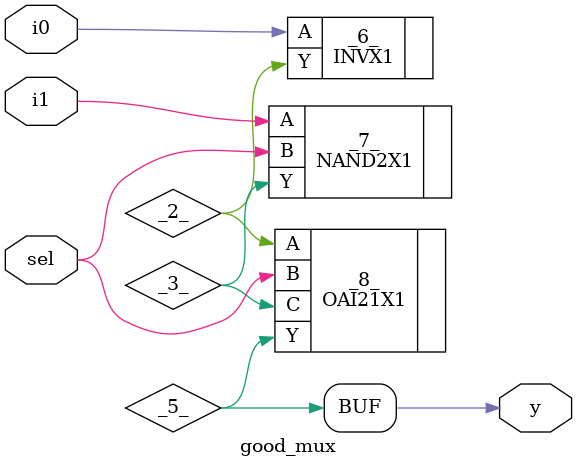
<source format=v>
/* Generated by Yosys 0.9 (git sha1 1979e0b) */

module good_mux(i0, i1, sel, y);
  wire _0_;
  wire _1_;
  wire _2_;
  wire _3_;
  wire _4_;
  wire _5_;
  input i0;
  input i1;
  input sel;
  output y;
  INVX1 _6_ (
    .A(_0_),
    .Y(_2_)
  );
  NAND2X1 _7_ (
    .A(_1_),
    .B(_4_),
    .Y(_3_)
  );
  OAI21X1 _8_ (
    .A(_2_),
    .B(_4_),
    .C(_3_),
    .Y(_5_)
  );
  assign _0_ = i0;
  assign _1_ = i1;
  assign _4_ = sel;
  assign y = _5_;
endmodule

</source>
